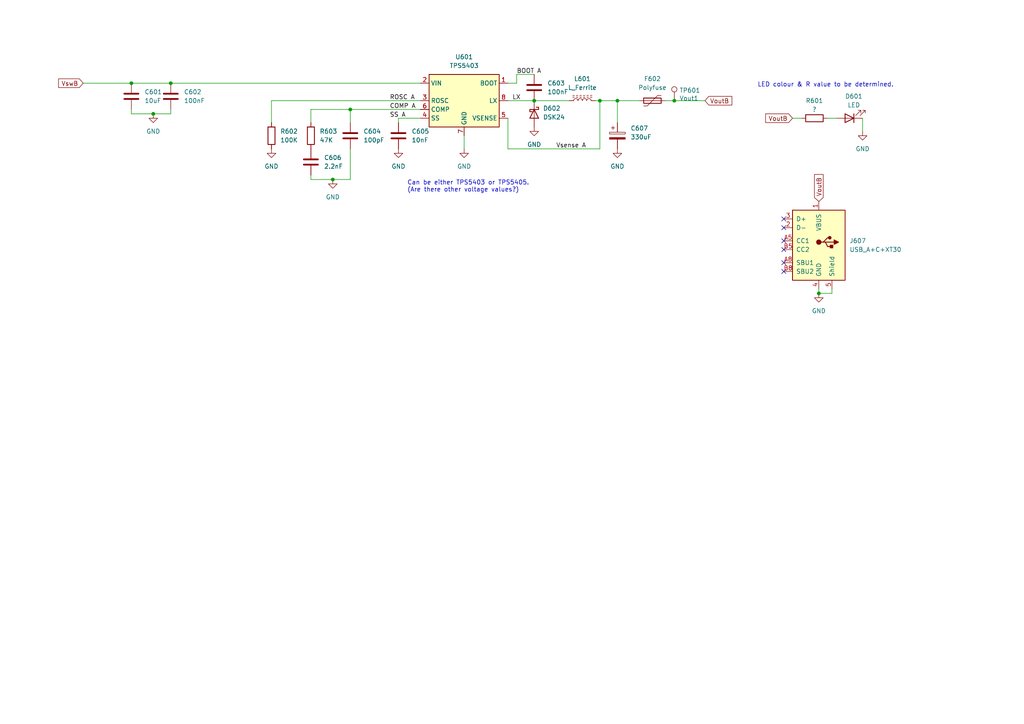
<source format=kicad_sch>
(kicad_sch (version 20211123) (generator eeschema)
  (paper "A4")
  (title_block (title "TPS540x Circuit A") (date "2024-04-01") (rev "1.0.0") (company "Scott A. Miller") (comment 1 "Don't forget to choose your output connector..."))
  (lib_symbols
    (symbol "Connector:TestPoint" (pin_numbers hide) (pin_names (offset 0.762) hide)
      (property "Reference" "TP" (at 0 6.858 0))
      (property "Value" "TestPoint" (at 0 5.08 0))
      (symbol "TestPoint_0_1"
        (circle (center 0 3.302) (radius 0.762))
      )
      (symbol "TestPoint_1_1"
        (pin passive line (at 0 0 90) (length 2.54) (name "1") (number "1"))
      )
    )
    (symbol "Device:C" (pin_numbers hide) (pin_names (offset 0.254))
      (property "Reference" "C" (at 0.635 2.54 0))
      (property "Value" "C" (at 0.635 -2.54 0))
      (symbol "C_0_1"
        (polyline (pts (xy -2.032 -0.762) (xy 2.032 -0.762)) (stroke (width 0.508)))
        (polyline (pts (xy -2.032 0.762) (xy 2.032 0.762)) (stroke (width 0.508)))
      )
      (symbol "C_1_1"
        (pin passive line (at 0 3.81 270) (length 2.794) (name "~") (number "1"))
        (pin passive line (at 0 -3.81 90) (length 2.794) (name "~") (number "2"))
      )
    )
    (symbol "Device:C_Polarized" (pin_numbers hide) (pin_names (offset 0.254))
      (property "Reference" "C" (at 0.635 2.54 0))
      (property "Value" "C_Polarized" (at 0.635 -2.54 0))
      (symbol "C_Polarized_0_1"
        (rectangle (start -2.286 0.508) (end 2.286 1.016))
        (polyline (pts (xy -1.778 2.286) (xy -0.762 2.286)))
        (polyline (pts (xy -1.27 2.794) (xy -1.27 1.778)))
        (rectangle (start 2.286 -0.508) (end -2.286 -1.016) (fill (type outline)))
      )
      (symbol "C_Polarized_1_1"
        (pin passive line (at 0 3.81 270) (length 2.794) (name "~") (number "1"))
        (pin passive line (at 0 -3.81 90) (length 2.794) (name "~") (number "2"))
      )
    )
    (symbol "Device:D_Schottky" (pin_numbers hide) (pin_names (offset 1.016) hide)
      (property "Reference" "D" (at 0 2.54 0))
      (property "Value" "D_Schottky" (at 0 -2.54 0))
      (symbol "D_Schottky_0_1"
        (polyline (pts (xy 1.27 0) (xy -1.27 0)))
        (polyline (pts (xy 1.27 1.27) (xy 1.27 -1.27) (xy -1.27 0) (xy 1.27 1.27)) (stroke (width 0.254)))
        (polyline (pts (xy -1.905 0.635) (xy -1.905 1.27) (xy -1.27 1.27) (xy -1.27 -1.27) (xy -0.635 -1.27) (xy -0.635 -0.635)) (stroke (width 0.254)))
      )
      (symbol "D_Schottky_1_1"
        (pin passive line (at -3.81 0 0) (length 2.54) (name "K") (number "1"))
        (pin passive line (at 3.81 0 180) (length 2.54) (name "A") (number "2"))
      )
    )
    (symbol "Device:LED" (pin_numbers hide) (pin_names (offset 1.016) hide)
      (property "Reference" "D" (at 0 2.54 0))
      (property "Value" "LED" (at 0 -2.54 0))
      (symbol "LED_0_1"
        (polyline (pts (xy -1.27 -1.27) (xy -1.27 1.27)) (stroke (width 0.254)))
        (polyline (pts (xy -1.27 0) (xy 1.27 0)))
        (polyline (pts (xy 1.27 -1.27) (xy 1.27 1.27) (xy -1.27 0) (xy 1.27 -1.27)) (stroke (width 0.254)))
        (polyline (pts (xy -3.048 -0.762) (xy -4.572 -2.286) (xy -3.81 -2.286) (xy -4.572 -2.286) (xy -4.572 -1.524)))
        (polyline (pts (xy -1.778 -0.762) (xy -3.302 -2.286) (xy -2.54 -2.286) (xy -3.302 -2.286) (xy -3.302 -1.524)))
      )
      (symbol "LED_1_1"
        (pin passive line (at -3.81 0 0) (length 2.54) (name "K") (number "1"))
        (pin passive line (at 3.81 0 180) (length 2.54) (name "A") (number "2"))
      )
    )
    (symbol "Device:L_Ferrite" (pin_numbers hide) (pin_names (offset 1.016) hide)
      (property "Reference" "L" (at -1.27 0 90))
      (property "Value" "L_Ferrite" (at 2.794 0 90))
      (symbol "L_Ferrite_0_1"
        (arc (start 0 -2.54) (mid 0.635 -1.905) (end 0 -1.27))
        (arc (start 0 -1.27) (mid 0.635 -0.635) (end 0 0))
        (polyline (pts (xy 1.016 -2.794) (xy 1.016 -2.286)))
        (polyline (pts (xy 1.016 -1.778) (xy 1.016 -1.27)))
        (polyline (pts (xy 1.016 -0.762) (xy 1.016 -0.254)))
        (polyline (pts (xy 1.016 0.254) (xy 1.016 0.762)))
        (polyline (pts (xy 1.016 1.27) (xy 1.016 1.778)))
        (polyline (pts (xy 1.016 2.286) (xy 1.016 2.794)))
        (polyline (pts (xy 1.524 -2.286) (xy 1.524 -2.794)))
        (polyline (pts (xy 1.524 -1.27) (xy 1.524 -1.778)))
        (polyline (pts (xy 1.524 -0.254) (xy 1.524 -0.762)))
        (polyline (pts (xy 1.524 0.762) (xy 1.524 0.254)))
        (polyline (pts (xy 1.524 1.778) (xy 1.524 1.27)))
        (polyline (pts (xy 1.524 2.794) (xy 1.524 2.286)))
        (arc (start 0 0) (mid 0.635 0.635) (end 0 1.27))
        (arc (start 0 1.27) (mid 0.635 1.905) (end 0 2.54))
      )
      (symbol "L_Ferrite_1_1"
        (pin passive line (at 0 3.81 270) (length 1.27) (name "1") (number "1"))
        (pin passive line (at 0 -3.81 90) (length 1.27) (name "2") (number "2"))
      )
    )
    (symbol "Device:Polyfuse" (pin_numbers hide) (pin_names (offset 0))
      (property "Reference" "F" (at -2.54 0 90))
      (property "Value" "Polyfuse" (at 2.54 0 90))
      (symbol "Polyfuse_0_1"
        (rectangle (start -0.762 2.54) (end 0.762 -2.54) (stroke (width 0.254)))
        (polyline (pts (xy 0 2.54) (xy 0 -2.54)))
        (polyline (pts (xy -1.524 2.54) (xy -1.524 1.524) (xy 1.524 -1.524) (xy 1.524 -2.54)))
      )
      (symbol "Polyfuse_1_1"
        (pin passive line (at 0 3.81 270) (length 1.27) (name "~") (number "1"))
        (pin passive line (at 0 -3.81 90) (length 1.27) (name "~") (number "2"))
      )
    )
    (symbol "Device:R" (pin_numbers hide) (pin_names (offset 0))
      (property "Reference" "R" (at 2.032 0 90))
      (property "Value" "R" (at 0 0 90))
      (symbol "R_0_1"
        (rectangle (start -1.016 -2.54) (end 1.016 2.54) (stroke (width 0.254)))
      )
      (symbol "R_1_1"
        (pin passive line (at 0 3.81 270) (length 1.27) (name "~") (number "1"))
        (pin passive line (at 0 -3.81 90) (length 1.27) (name "~") (number "2"))
      )
    )
    (symbol "Regulator_Switching:TPS5403"
      (property "Reference" "U" (at 0 11.43 0))
      (property "Value" "TPS5403" (at 0 8.89 0))
      (symbol "TPS5403_1_1"
        (rectangle (start -10.16 7.62) (end 10.16 -7.62) (stroke (width 0.254)) (fill (type background)))
        (pin passive line (at 12.7 5.08 180) (length 2.54) (name "BOOT") (number "1"))
        (pin power_in line (at -12.7 5.08 0) (length 2.54) (name "VIN") (number "2"))
        (pin passive line (at -12.7 0 0) (length 2.54) (name "ROSC") (number "3"))
        (pin passive line (at -12.7 -5.08 0) (length 2.54) (name "SS") (number "4"))
        (pin input line (at 12.7 -5.08 180) (length 2.54) (name "VSENSE") (number "5"))
        (pin passive line (at -12.7 -2.54 0) (length 2.54) (name "COMP") (number "6"))
        (pin power_in line (at 0 -10.16 90) (length 2.54) (name "GND") (number "7"))
        (pin output line (at 12.7 0 180) (length 2.54) (name "LX") (number "8"))
      )
    )
    (symbol "power:GND" (power) (pin_names (offset 0))
      (property "Value" "GND" (at 0 -3.81 0))
      (symbol "GND_0_1"
        (polyline (pts (xy 0 0) (xy 0 -1.27) (xy 1.27 -1.27) (xy 0 -2.54) (xy -1.27 -1.27) (xy 0 -1.27)))
      )
      (symbol "GND_1_1"
        (pin power_in line (at 0 0 270) (length 0) hide (name "GND") (number "1"))
      )
    )
    (symbol "tinker:USB_A+C+XT30" (pin_names (offset 1.016))
      (property "Reference" "J" (at -7.62 15.24 0))
      (property "Value" "USB_A+C+XT30" (at -2.54 12.7 0))
      (symbol "USB_A+C+XT30_0_1"
        (rectangle (start -7.62 10.16) (end 7.62 -10.16) (stroke (width 0.254)) (fill (type background)))
        (polyline (pts (xy 0.635 0.889) (xy 1.27 0.889) (xy 2.54 2.159) (xy 3.175 2.159)) (stroke (width 0.254)))
        (polyline (pts (xy 1.27 0.889) (xy 1.905 0.889) (xy 2.54 -0.381) (xy 3.81 -0.381)) (stroke (width 0.254)))
        (polyline (pts (xy 4.445 1.524) (xy 4.445 0.254) (xy 5.715 0.889) (xy 4.445 1.524)) (stroke (width 0.254)) (fill (type outline)))
        (circle (center 0 0.889) (radius 0.635) (stroke (width 0.254)) (fill (type outline)))
        (circle (center 3.175 2.159) (radius 0.381) (stroke (width 0.254)) (fill (type outline)))
        (rectangle (start 4.064 0) (end 3.302 -0.762) (stroke (width 0.254)) (fill (type outline)))
      )
      (symbol "USB_A+C+XT30_1_1"
        (polyline (pts (xy 1.905 0.889) (xy 4.445 0.889)) (stroke (width 0.254)))
        (pin power_in line (at 0 12.7 270) (length 2.54) (name "VBUS") (number "1"))
        (pin bidirectional line (at -10.16 5.08 0) (length 2.54) (name "D-") (number "2"))
        (pin bidirectional line (at -10.16 7.62 0) (length 2.54) (name "D+") (number "3"))
        (pin power_in line (at 0 -12.7 90) (length 2.54) (name "GND") (number "4"))
        (pin passive line (at 3.81 -12.7 90) (length 2.54) (name "Shield") (number "5"))
        (pin bidirectional line (at -10.16 1.27 0) (length 2.54) (name "CC1") (number "A5"))
        (pin bidirectional line (at -10.16 -5.08 0) (length 2.54) (name "SBU1") (number "A8"))
        (pin bidirectional line (at -10.16 -1.27 0) (length 2.54) (name "CC2") (number "B5"))
        (pin bidirectional line (at -10.16 -7.62 0) (length 2.54) (name "SBU2") (number "B8"))
      )
    )
  )
  (junction (at 101.6 31.75))
  (junction (at 96.52 52.07))
  (junction (at 179.07 29.21))
  (junction (at 49.53 24.13))
  (junction (at 38.1 24.13))
  (junction (at 173.99 29.21))
  (junction (at 195.58 29.21))
  (junction (at 44.45 33.02))
  (junction (at 154.94 29.21))
  (junction (at 237.49 85.09))
  (no_connect (at 227.33 66.04))
  (no_connect (at 227.33 78.74))
  (no_connect (at 227.33 69.85))
  (no_connect (at 227.33 76.2))
  (no_connect (at 227.33 72.39))
  (no_connect (at 227.33 63.5))
  (wire (pts (xy 38.1 24.13) (xy 49.53 24.13)))
  (wire (pts (xy 90.17 31.75) (xy 90.17 35.56)))
  (wire (pts (xy 24.13 24.13) (xy 38.1 24.13)))
  (wire (pts (xy 241.3 83.82) (xy 241.3 85.09)))
  (wire (pts (xy 121.92 29.21) (xy 78.74 29.21)))
  (wire (pts (xy 115.57 34.29) (xy 115.57 35.56)))
  (wire (pts (xy 240.03 34.29) (xy 242.57 34.29)))
  (wire (pts (xy 90.17 50.8) (xy 90.17 52.07)))
  (wire (pts (xy 179.07 29.21) (xy 179.07 35.56)))
  (wire (pts (xy 250.19 34.29) (xy 250.19 38.1)))
  (wire (pts (xy 147.32 24.13) (xy 149.86 24.13)))
  (wire (pts (xy 49.53 33.02) (xy 49.53 31.75)))
  (wire (pts (xy 237.49 83.82) (xy 237.49 85.09)))
  (wire (pts (xy 147.32 34.29) (xy 147.32 43.18)))
  (wire (pts (xy 38.1 31.75) (xy 38.1 33.02)))
  (wire (pts (xy 134.62 43.18) (xy 134.62 39.37)))
  (wire (pts (xy 229.87 34.29) (xy 232.41 34.29)))
  (wire (pts (xy 101.6 52.07) (xy 96.52 52.07)))
  (wire (pts (xy 154.94 29.21) (xy 165.1 29.21)))
  (wire (pts (xy 44.45 33.02) (xy 49.53 33.02)))
  (wire (pts (xy 101.6 43.18) (xy 101.6 52.07)))
  (wire (pts (xy 173.99 43.18) (xy 173.99 29.21)))
  (wire (pts (xy 147.32 43.18) (xy 173.99 43.18)))
  (wire (pts (xy 149.86 21.59) (xy 154.94 21.59)))
  (wire (pts (xy 101.6 31.75) (xy 90.17 31.75)))
  (wire (pts (xy 49.53 24.13) (xy 121.92 24.13)))
  (wire (pts (xy 101.6 31.75) (xy 101.6 35.56)))
  (wire (pts (xy 78.74 29.21) (xy 78.74 35.56)))
  (wire (pts (xy 241.3 85.09) (xy 237.49 85.09)))
  (wire (pts (xy 121.92 34.29) (xy 115.57 34.29)))
  (wire (pts (xy 193.04 29.21) (xy 195.58 29.21)))
  (wire (pts (xy 90.17 52.07) (xy 96.52 52.07)))
  (wire (pts (xy 149.86 24.13) (xy 149.86 21.59)))
  (wire (pts (xy 38.1 33.02) (xy 44.45 33.02)))
  (wire (pts (xy 147.32 29.21) (xy 154.94 29.21)))
  (wire (pts (xy 173.99 29.21) (xy 172.72 29.21)))
  (wire (pts (xy 195.58 29.21) (xy 204.47 29.21)))
  (wire (pts (xy 179.07 29.21) (xy 185.42 29.21)))
  (wire (pts (xy 121.92 31.75) (xy 101.6 31.75)))
  (wire (pts (xy 173.99 29.21) (xy 179.07 29.21)))
  (text "Can be either TPS5403 or TPS5405.\n(Are there other voltage values?)" (at 118.11 55.88 0) (effects (font (size 1.27 1.27)) (justify left bottom)))
  (text "LED colour & R value to be determined." (at 219.71 25.4 0) (effects (font (size 1.27 1.27)) (justify left bottom)))
  (label "Vsense A" (at 161.29 43.18 0))
  (label "COMP A" (at 113.03 31.75 0))
  (label "LX" (at 148.59 29.21 0))
  (label "ROSC A" (at 113.03 29.21 0))
  (label "BOOT A" (at 149.86 21.59 0))
  (label "SS A" (at 113.03 34.29 0))
  (global_label "VoutB" (shape input) (at 237.49 58.42 90) (property "Intersheet References" "${INTERSHEET_REFS}" (effects hide)))
  (global_label "VoutB" (shape input) (at 204.47 29.21 0) (property "Intersheet References" "${INTERSHEET_REFS}" (effects hide)))
  (global_label "VswB" (shape input) (at 24.13 24.13 180) (property "Intersheet References" "${INTERSHEET_REFS}" (effects hide)))
  (global_label "VoutB" (shape input) (at 229.87 34.29 180) (property "Intersheet References" "${INTERSHEET_REFS}" (effects hide)))
  (symbol (lib_id "power:GND") (at 44.45 33.02 0) (unit 1)
    (property "Reference" "#PWR0601" (effects hide))
    (property "Value" "GND" (at 44.45 38.1 0))
  )
  (symbol (lib_id "Device:C") (at 90.17 46.99 0) (unit 1)
    (property "Reference" "C606" (at 93.98 45.7199 0) (effects (justify left)))
    (property "Value" "2.2nF" (at 93.98 48.2599 0) (effects (justify left)))
    (property "Footprint" "Capacitor_SMD:C_0603_1608Metric" (effects hide))
    (property "LCSC" "C1604" (effects hide))
  )
  (symbol (lib_id "Device:C") (at 115.57 39.37 0) (unit 1)
    (property "Reference" "C605" (at 119.38 38.0999 0) (effects (justify left)))
    (property "Value" "10nF" (at 119.38 40.6399 0) (effects (justify left)))
    (property "Footprint" "Capacitor_SMD:C_0603_1608Metric" (effects hide))
    (property "LCSC" "C107059" (effects hide))
  )
  (symbol (lib_id "power:GND") (at 237.49 85.09 0) (unit 1)
    (property "Reference" "#PWR0609" (effects hide))
    (property "Value" "GND" (at 237.49 90.17 0))
  )
  (symbol (lib_id "power:GND") (at 115.57 43.18 0) (unit 1)
    (property "Reference" "#PWR0605" (effects hide))
    (property "Value" "GND" (at 115.57 48.26 0))
  )
  (symbol (lib_id "power:GND") (at 96.52 52.07 0) (unit 1)
    (property "Reference" "#PWR0608" (effects hide))
    (property "Value" "GND" (at 96.52 57.15 0))
  )
  (symbol (lib_id "power:GND") (at 179.07 43.18 0) (unit 1)
    (property "Reference" "#PWR0607" (effects hide))
    (property "Value" "GND" (at 179.07 48.26 0))
  )
  (symbol (lib_id "Device:LED") (at 246.38 34.29 180) (unit 1)
    (property "Reference" "D601" (at 247.65 27.94 0))
    (property "Value" "LED" (at 247.65 30.48 0))
    (property "Footprint" "LED_SMD:LED_0603_1608Metric" (effects hide))
  )
  (symbol (lib_id "power:GND") (at 154.94 36.83 0) (unit 1)
    (property "Reference" "#PWR0602" (effects hide))
    (property "Value" "GND" (at 154.94 41.91 0))
  )
  (symbol (lib_id "Device:C") (at 101.6 39.37 0) (unit 1)
    (property "Reference" "C604" (at 105.41 38.0999 0) (effects (justify left)))
    (property "Value" "100pF" (at 105.41 40.6399 0) (effects (justify left)))
    (property "Footprint" "Capacitor_SMD:C_0603_1608Metric" (effects hide))
    (property "LCSC" "C44567" (effects hide))
  )
  (symbol (lib_id "Device:R") (at 90.17 39.37 0) (unit 1)
    (property "Reference" "R603" (at 92.71 38.0999 0) (effects (justify left)))
    (property "Value" "47K" (at 92.71 40.6399 0) (effects (justify left)))
    (property "Footprint" "Resistor_SMD:R_0603_1608Metric" (effects hide))
    (property "LCSC" "C25819" (effects hide))
  )
  (symbol (lib_id "power:GND") (at 134.62 43.18 0) (unit 1)
    (property "Reference" "#PWR0606" (effects hide))
    (property "Value" "GND" (at 134.62 48.26 0))
  )
  (symbol (lib_id "tinker:USB_A+C+XT30") (at 237.49 71.12 0) (unit 1)
    (property "Reference" "J607" (at 246.38 69.8499 0) (effects (justify left)))
    (property "Value" "USB_A+C+XT30" (at 246.38 72.3899 0) (effects (justify left)))
    (property "Footprint" "tinker:USB_A+C+XT30" (effects hide))
    (property "Datasheet" " ~" (effects hide))
    (property "LCSC" "A-(C6389922) C-(C2765186) XT30-(C2913282)" (effects hide))
  )
  (symbol (lib_id "Device:C") (at 154.94 25.4 0) (unit 1)
    (property "Reference" "C603" (at 158.75 24.1299 0) (effects (justify left)))
    (property "Value" "100nF" (at 158.75 26.6699 0) (effects (justify left)))
    (property "Footprint" "Capacitor_SMD:C_0603_1608Metric" (effects hide))
    (property "LCSC" "C14663" (effects hide))
  )
  (symbol (lib_id "Device:L_Ferrite") (at 168.91 29.21 90) (unit 1)
    (property "Reference" "L601" (at 168.91 22.86 90))
    (property "Value" "L_Ferrite" (at 168.91 25.4 90))
    (property "Footprint" "tinker:IND-SMD_L7.1-W6.6" (effects hide))
    (property "LCSC" "C2983095" (effects hide))
  )
  (symbol (lib_id "Device:R") (at 236.22 34.29 90) (unit 1)
    (property "Reference" "R601" (at 236.22 29.21 90))
    (property "Value" "?" (at 236.22 31.75 90))
    (property "Footprint" "Resistor_SMD:R_0603_1608Metric" (effects hide))
  )
  (symbol (lib_id "Connector:TestPoint") (at 195.58 29.21 0) (unit 1) (in_bom no)
    (property "Reference" "TP601" (at 197.0532 26.2128 0) (effects (justify left)))
    (property "Value" "Vout1" (at 197.0532 28.5242 0) (effects (justify left)))
    (property "Footprint" "tinker:TestPoint_THTPad_D1.0mm_Drill0.5mm" (effects hide))
  )
  (symbol (lib_id "power:GND") (at 78.74 43.18 0) (unit 1)
    (property "Reference" "#PWR0604" (effects hide))
    (property "Value" "GND" (at 78.74 48.26 0))
  )
  (symbol (lib_id "Device:C") (at 38.1 27.94 0) (unit 1)
    (property "Reference" "C601" (at 41.91 26.6699 0) (effects (justify left)))
    (property "Value" "10uF" (at 41.91 29.2099 0) (effects (justify left)))
    (property "Footprint" "Capacitor_SMD:C_1206_3216Metric" (effects hide))
    (property "LCSC" "C13585" (effects hide))
  )
  (symbol (lib_id "power:GND") (at 250.19 38.1 0) (unit 1)
    (property "Reference" "#PWR0603" (effects hide))
    (property "Value" "GND" (at 250.19 43.18 0))
  )
  (symbol (lib_id "Device:R") (at 78.74 39.37 0) (unit 1)
    (property "Reference" "R602" (at 81.28 38.0999 0) (effects (justify left)))
    (property "Value" "100K" (at 81.28 40.6399 0) (effects (justify left)))
    (property "Footprint" "Resistor_SMD:R_0603_1608Metric" (effects hide))
    (property "LCSC" "C25803" (effects hide))
  )
  (symbol (lib_id "Device:C_Polarized") (at 179.07 39.37 0) (unit 1)
    (property "Reference" "C607" (at 182.88 37.2109 0) (effects (justify left)))
    (property "Value" "330uF" (at 182.88 39.7509 0) (effects (justify left)))
    (property "Footprint" "Capacitor_SMD:CP_Elec_8x10" (effects hide))
    (property "LCSC" "C178599" (effects hide))
  )
  (symbol (lib_id "Device:C") (at 49.53 27.94 0) (unit 1)
    (property "Reference" "C602" (at 53.34 26.6699 0) (effects (justify left)))
    (property "Value" "100nF" (at 53.34 29.2099 0) (effects (justify left)))
    (property "Footprint" "Capacitor_SMD:C_0603_1608Metric" (effects hide))
    (property "LCSC" "C14663" (effects hide))
  )
  (symbol (lib_id "Regulator_Switching:TPS5403") (at 134.62 29.21 0) (unit 1)
    (property "Reference" "U601" (at 134.62 16.51 0))
    (property "Value" "TPS5403" (at 134.62 19.05 0))
    (property "Footprint" "Package_SO:SOIC-8_3.9x4.9mm_P1.27mm" (effects hide))
    (property "Datasheet" "https://www.ti.com/lit/ds/symlink/tps5403.pdf" (effects hide))
    (property "DigiKey" "TPS5403DR, TPS5405DR" (effects hide))
    (property "LCSC" "C962080, C488409" (effects hide))
  )
  (symbol (lib_id "Device:D_Schottky") (at 154.94 33.02 270) (unit 1)
    (property "Reference" "D602" (at 157.48 31.4324 90) (effects (justify left)))
    (property "Value" "DSK24" (at 157.48 33.9724 90) (effects (justify left)))
    (property "Footprint" "Diode_SMD:D_SOD-123" (effects hide))
    (property "LCSC" "C908229" (effects hide))
  )
  (symbol (lib_id "Device:Polyfuse") (at 189.23 29.21 90) (unit 1)
    (property "Reference" "F602" (at 189.23 22.86 90))
    (property "Value" "Polyfuse" (at 189.23 25.4 90))
    (property "Footprint" "tinker:F1206" (effects hide))
    (property "Datasheet" "https://www.lcsc.com/datasheet/lcsc_datasheet_2305121424_BHFUSE-BSMD1206L-260_C960020.pdf" (effects hide))
    (property "LCSC" "C883134" (effects hide))
    (property "Field5" "BHFuse BSMD1206 family" (effects hide))
    (property "Field6" "https://www.lcsc.com/products/Resettable-Fuses_11042.html?keyword=BSMD1206" (effects hide))
  )
)
</source>
